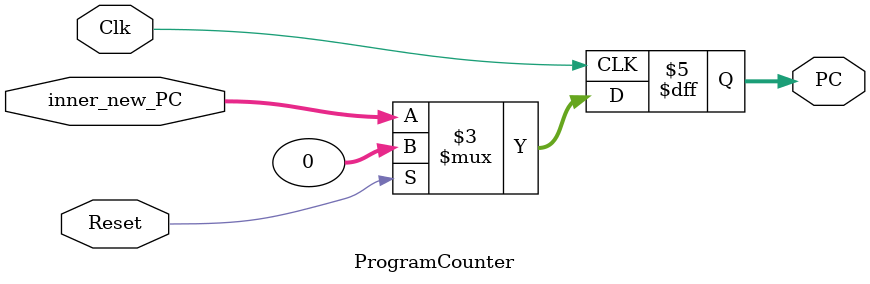
<source format=v>
`timescale 1ns / 1ps
`default_nettype none

module ProgramCounter(inner_new_PC, PC, Reset, Clk);

	input [31:0] inner_new_PC;
	input wire Reset, Clk;

	//(* mark_debug = "true" *)
	output reg [31:0] PC;
	
	always @(posedge Clk) begin
      if(Reset)begin
         PC <= 32'b0;
      end
      else begin
        PC <= inner_new_PC;
      end
   end

endmodule


</source>
